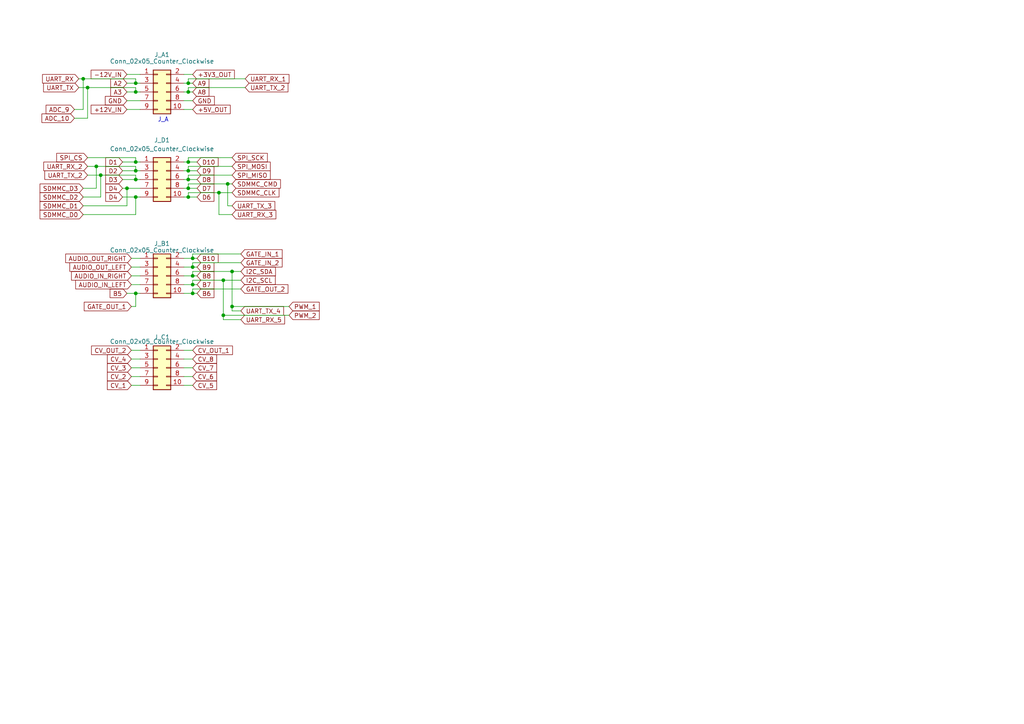
<source format=kicad_sch>
(kicad_sch (version 20230121) (generator eeschema)
  (paper "A4")
  (lib_symbols
    (symbol "Connector_Generic:Conn_02x05_Odd_Even" (pin_names (offset 1.016) hide)
      (property "Reference" "J" (at 1.27 7.62 0))
      (property "Value" "Conn_02x05_Odd_Even" (at 1.27 -7.62 0))
      (symbol "Conn_02x05_Odd_Even_1_1"
        (rectangle (start -1.27 -4.953) (end 0 -5.207) (stroke (width 0.1524)))
        (rectangle (start -1.27 -2.413) (end 0 -2.667) (stroke (width 0.1524)))
        (rectangle (start -1.27 0.127) (end 0 -0.127) (stroke (width 0.1524)))
        (rectangle (start -1.27 2.667) (end 0 2.413) (stroke (width 0.1524)))
        (rectangle (start -1.27 5.207) (end 0 4.953) (stroke (width 0.1524)))
        (rectangle (start -1.27 6.35) (end 3.81 -6.35) (stroke (width 0.254)) (fill (type background)))
        (rectangle (start 3.81 -4.953) (end 2.54 -5.207) (stroke (width 0.1524)))
        (rectangle (start 3.81 -2.413) (end 2.54 -2.667) (stroke (width 0.1524)))
        (rectangle (start 3.81 0.127) (end 2.54 -0.127) (stroke (width 0.1524)))
        (rectangle (start 3.81 2.667) (end 2.54 2.413) (stroke (width 0.1524)))
        (rectangle (start 3.81 5.207) (end 2.54 4.953) (stroke (width 0.1524)))
        (pin passive line (at -5.08 5.08 0) (length 3.81) (name "Pin_1") (number "1"))
        (pin passive line (at 7.62 -5.08 180) (length 3.81) (name "Pin_10") (number "10"))
        (pin passive line (at 7.62 5.08 180) (length 3.81) (name "Pin_2") (number "2"))
        (pin passive line (at -5.08 2.54 0) (length 3.81) (name "Pin_3") (number "3"))
        (pin passive line (at 7.62 2.54 180) (length 3.81) (name "Pin_4") (number "4"))
        (pin passive line (at -5.08 0 0) (length 3.81) (name "Pin_5") (number "5"))
        (pin passive line (at 7.62 0 180) (length 3.81) (name "Pin_6") (number "6"))
        (pin passive line (at -5.08 -2.54 0) (length 3.81) (name "Pin_7") (number "7"))
        (pin passive line (at 7.62 -2.54 180) (length 3.81) (name "Pin_8") (number "8"))
        (pin passive line (at -5.08 -5.08 0) (length 3.81) (name "Pin_9") (number "9"))
      )
    )
  )
  (junction (at 67.31 78.74))
  (junction (at 39.37 26.67))
  (junction (at 39.37 85.09))
  (junction (at 55.88 85.09))
  (junction (at 54.61 26.67))
  (junction (at 55.88 74.93))
  (junction (at 55.88 82.55))
  (junction (at 25.4 25.4))
  (junction (at 63.5 55.88))
  (junction (at 36.83 54.61))
  (junction (at 39.37 24.13))
  (junction (at 54.61 46.99))
  (junction (at 27.94 48.26))
  (junction (at 24.13 22.86))
  (junction (at 54.61 52.07))
  (junction (at 67.31 88.9))
  (junction (at 64.77 91.44))
  (junction (at 55.88 77.47))
  (junction (at 54.61 24.13))
  (junction (at 54.61 54.61))
  (junction (at 39.37 46.99))
  (junction (at 39.37 57.15))
  (junction (at 54.61 49.53))
  (junction (at 29.21 50.8))
  (junction (at 66.04 53.34))
  (junction (at 64.77 81.28))
  (junction (at 39.37 52.07))
  (junction (at 54.61 57.15))
  (junction (at 55.88 80.01))
  (junction (at 39.37 49.53))
  (wire (pts (xy 53.34 104.14) (xy 55.88 104.14)))
  (wire (pts (xy 38.1 82.55) (xy 40.64 82.55)))
  (wire (pts (xy 27.94 54.61) (xy 27.94 48.26)))
  (wire (pts (xy 24.13 57.15) (xy 29.21 57.15)))
  (wire (pts (xy 39.37 57.15) (xy 40.64 57.15)))
  (wire (pts (xy 38.1 88.9) (xy 39.37 88.9)))
  (wire (pts (xy 24.13 31.75) (xy 24.13 22.86)))
  (wire (pts (xy 39.37 22.86) (xy 39.37 24.13)))
  (wire (pts (xy 69.85 78.74) (xy 67.31 78.74)))
  (wire (pts (xy 67.31 90.17) (xy 67.31 88.9)))
  (wire (pts (xy 55.88 78.74) (xy 55.88 80.01)))
  (wire (pts (xy 22.86 22.86) (xy 24.13 22.86)))
  (wire (pts (xy 39.37 25.4) (xy 39.37 26.67)))
  (wire (pts (xy 53.34 49.53) (xy 54.61 49.53)))
  (wire (pts (xy 54.61 22.86) (xy 71.12 22.86)))
  (wire (pts (xy 35.56 54.61) (xy 36.83 54.61)))
  (wire (pts (xy 25.4 34.29) (xy 25.4 25.4)))
  (wire (pts (xy 53.34 54.61) (xy 54.61 54.61)))
  (wire (pts (xy 54.61 25.4) (xy 71.12 25.4)))
  (wire (pts (xy 38.1 106.68) (xy 40.64 106.68)))
  (wire (pts (xy 25.4 45.72) (xy 39.37 45.72)))
  (wire (pts (xy 22.86 25.4) (xy 25.4 25.4)))
  (wire (pts (xy 54.61 26.67) (xy 55.88 26.67)))
  (wire (pts (xy 54.61 24.13) (xy 55.88 24.13)))
  (wire (pts (xy 55.88 73.66) (xy 55.88 74.93)))
  (wire (pts (xy 38.1 74.93) (xy 40.64 74.93)))
  (wire (pts (xy 38.1 101.6) (xy 40.64 101.6)))
  (wire (pts (xy 53.34 52.07) (xy 54.61 52.07)))
  (wire (pts (xy 69.85 76.2) (xy 55.88 76.2)))
  (wire (pts (xy 36.83 85.09) (xy 39.37 85.09)))
  (wire (pts (xy 67.31 88.9) (xy 83.82 88.9)))
  (wire (pts (xy 53.34 80.01) (xy 55.88 80.01)))
  (wire (pts (xy 55.88 74.93) (xy 57.15 74.93)))
  (wire (pts (xy 54.61 55.88) (xy 54.61 57.15)))
  (wire (pts (xy 39.37 52.07) (xy 40.64 52.07)))
  (wire (pts (xy 53.34 85.09) (xy 55.88 85.09)))
  (wire (pts (xy 38.1 109.22) (xy 40.64 109.22)))
  (wire (pts (xy 36.83 24.13) (xy 39.37 24.13)))
  (wire (pts (xy 64.77 92.71) (xy 64.77 91.44)))
  (wire (pts (xy 53.34 82.55) (xy 55.88 82.55)))
  (wire (pts (xy 53.34 29.21) (xy 55.88 29.21)))
  (wire (pts (xy 53.34 46.99) (xy 54.61 46.99)))
  (wire (pts (xy 67.31 88.9) (xy 67.31 78.74)))
  (wire (pts (xy 54.61 48.26) (xy 54.61 49.53)))
  (wire (pts (xy 39.37 26.67) (xy 40.64 26.67)))
  (wire (pts (xy 29.21 57.15) (xy 29.21 50.8)))
  (wire (pts (xy 38.1 111.76) (xy 40.64 111.76)))
  (wire (pts (xy 64.77 81.28) (xy 55.88 81.28)))
  (wire (pts (xy 36.83 31.75) (xy 40.64 31.75)))
  (wire (pts (xy 54.61 22.86) (xy 54.61 24.13)))
  (wire (pts (xy 54.61 49.53) (xy 57.15 49.53)))
  (wire (pts (xy 67.31 55.88) (xy 63.5 55.88)))
  (wire (pts (xy 54.61 50.8) (xy 54.61 52.07)))
  (wire (pts (xy 67.31 78.74) (xy 55.88 78.74)))
  (wire (pts (xy 53.34 21.59) (xy 55.88 21.59)))
  (wire (pts (xy 39.37 88.9) (xy 39.37 85.09)))
  (wire (pts (xy 67.31 45.72) (xy 54.61 45.72)))
  (wire (pts (xy 38.1 104.14) (xy 40.64 104.14)))
  (wire (pts (xy 36.83 59.69) (xy 36.83 54.61)))
  (wire (pts (xy 69.85 92.71) (xy 64.77 92.71)))
  (wire (pts (xy 36.83 29.21) (xy 40.64 29.21)))
  (wire (pts (xy 55.88 83.82) (xy 55.88 85.09)))
  (wire (pts (xy 39.37 46.99) (xy 40.64 46.99)))
  (wire (pts (xy 39.37 45.72) (xy 39.37 46.99)))
  (wire (pts (xy 35.56 49.53) (xy 39.37 49.53)))
  (wire (pts (xy 53.34 26.67) (xy 54.61 26.67)))
  (wire (pts (xy 55.88 85.09) (xy 57.15 85.09)))
  (wire (pts (xy 53.34 109.22) (xy 55.88 109.22)))
  (wire (pts (xy 39.37 24.13) (xy 40.64 24.13)))
  (wire (pts (xy 67.31 48.26) (xy 54.61 48.26)))
  (wire (pts (xy 64.77 91.44) (xy 64.77 81.28)))
  (wire (pts (xy 55.88 81.28) (xy 55.88 82.55)))
  (wire (pts (xy 54.61 25.4) (xy 54.61 26.67)))
  (wire (pts (xy 36.83 54.61) (xy 40.64 54.61)))
  (wire (pts (xy 25.4 48.26) (xy 27.94 48.26)))
  (wire (pts (xy 63.5 62.23) (xy 63.5 55.88)))
  (wire (pts (xy 67.31 53.34) (xy 66.04 53.34)))
  (wire (pts (xy 54.61 46.99) (xy 57.15 46.99)))
  (wire (pts (xy 53.34 101.6) (xy 55.88 101.6)))
  (wire (pts (xy 36.83 26.67) (xy 39.37 26.67)))
  (wire (pts (xy 66.04 59.69) (xy 66.04 53.34)))
  (wire (pts (xy 53.34 31.75) (xy 55.88 31.75)))
  (wire (pts (xy 39.37 49.53) (xy 40.64 49.53)))
  (wire (pts (xy 54.61 57.15) (xy 57.15 57.15)))
  (wire (pts (xy 29.21 50.8) (xy 39.37 50.8)))
  (wire (pts (xy 21.59 34.29) (xy 25.4 34.29)))
  (wire (pts (xy 67.31 59.69) (xy 66.04 59.69)))
  (wire (pts (xy 21.59 31.75) (xy 24.13 31.75)))
  (wire (pts (xy 35.56 52.07) (xy 39.37 52.07)))
  (wire (pts (xy 53.34 74.93) (xy 55.88 74.93)))
  (wire (pts (xy 64.77 91.44) (xy 83.82 91.44)))
  (wire (pts (xy 63.5 55.88) (xy 54.61 55.88)))
  (wire (pts (xy 53.34 106.68) (xy 55.88 106.68)))
  (wire (pts (xy 36.83 21.59) (xy 40.64 21.59)))
  (wire (pts (xy 69.85 83.82) (xy 55.88 83.82)))
  (wire (pts (xy 69.85 81.28) (xy 64.77 81.28)))
  (wire (pts (xy 55.88 77.47) (xy 57.15 77.47)))
  (wire (pts (xy 53.34 57.15) (xy 54.61 57.15)))
  (wire (pts (xy 69.85 73.66) (xy 55.88 73.66)))
  (wire (pts (xy 39.37 48.26) (xy 39.37 49.53)))
  (wire (pts (xy 53.34 24.13) (xy 54.61 24.13)))
  (wire (pts (xy 27.94 48.26) (xy 39.37 48.26)))
  (wire (pts (xy 67.31 62.23) (xy 63.5 62.23)))
  (wire (pts (xy 24.13 62.23) (xy 39.37 62.23)))
  (wire (pts (xy 35.56 57.15) (xy 39.37 57.15)))
  (wire (pts (xy 38.1 77.47) (xy 40.64 77.47)))
  (wire (pts (xy 39.37 62.23) (xy 39.37 57.15)))
  (wire (pts (xy 55.88 80.01) (xy 57.15 80.01)))
  (wire (pts (xy 55.88 76.2) (xy 55.88 77.47)))
  (wire (pts (xy 39.37 85.09) (xy 40.64 85.09)))
  (wire (pts (xy 55.88 82.55) (xy 57.15 82.55)))
  (wire (pts (xy 24.13 22.86) (xy 39.37 22.86)))
  (wire (pts (xy 67.31 50.8) (xy 54.61 50.8)))
  (wire (pts (xy 38.1 80.01) (xy 40.64 80.01)))
  (wire (pts (xy 54.61 54.61) (xy 57.15 54.61)))
  (wire (pts (xy 25.4 25.4) (xy 39.37 25.4)))
  (wire (pts (xy 39.37 50.8) (xy 39.37 52.07)))
  (wire (pts (xy 66.04 53.34) (xy 54.61 53.34)))
  (wire (pts (xy 35.56 46.99) (xy 39.37 46.99)))
  (wire (pts (xy 54.61 45.72) (xy 54.61 46.99)))
  (wire (pts (xy 24.13 54.61) (xy 27.94 54.61)))
  (wire (pts (xy 24.13 59.69) (xy 36.83 59.69)))
  (wire (pts (xy 54.61 53.34) (xy 54.61 54.61)))
  (wire (pts (xy 53.34 77.47) (xy 55.88 77.47)))
  (wire (pts (xy 54.61 52.07) (xy 57.15 52.07)))
  (wire (pts (xy 53.34 111.76) (xy 55.88 111.76)))
  (wire (pts (xy 69.85 90.17) (xy 67.31 90.17)))
  (wire (pts (xy 25.4 50.8) (xy 29.21 50.8)))
  (text "J_A" (at 45.72 35.56 0) (effects (font (size 1.27 1.27)) (justify left bottom)))
  (global_label "UART_TX_2" (shape input) (at 71.12 25.4 0) (property "Intersheetrefs" "${INTERSHEET_REFS}" (effects hide)))
  (global_label "GATE_OUT_2" (shape input) (at 69.85 83.82 0) (property "Intersheetrefs" "${INTERSHEET_REFS}" (effects hide)))
  (global_label "UART_TX_4" (shape input) (at 69.85 90.17 0) (property "Intersheetrefs" "${INTERSHEET_REFS}" (effects hide)))
  (global_label "I2C_SDA" (shape input) (at 69.85 78.74 0) (property "Intersheetrefs" "${INTERSHEET_REFS}" (effects hide)))
  (global_label "PWM_2" (shape input) (at 83.82 91.44 0) (property "Intersheetrefs" "${INTERSHEET_REFS}" (effects hide)))
  (global_label "GND" (shape input) (at 55.88 29.21 0) (property "Intersheetrefs" "${INTERSHEET_REFS}" (effects hide)))
  (global_label "D6" (shape input) (at 57.15 57.15 0) (property "Intersheetrefs" "${INTERSHEET_REFS}" (effects hide)))
  (global_label "CV_1" (shape input) (at 38.1 111.76 180) (property "Intersheetrefs" "${INTERSHEET_REFS}" (effects hide)))
  (global_label "SPI_MOSI" (shape input) (at 67.31 48.26 0) (property "Intersheetrefs" "${INTERSHEET_REFS}" (effects hide)))
  (global_label "PWM_1" (shape input) (at 83.82 88.9 0) (property "Intersheetrefs" "${INTERSHEET_REFS}" (effects hide)))
  (global_label "UART_RX_5" (shape input) (at 69.85 92.71 0) (property "Intersheetrefs" "${INTERSHEET_REFS}" (effects hide)))
  (global_label "D1" (shape input) (at 35.56 46.99 180) (property "Intersheetrefs" "${INTERSHEET_REFS}" (effects hide)))
  (global_label "+12V_IN" (shape input) (at 36.83 31.75 180) (property "Intersheetrefs" "${INTERSHEET_REFS}" (effects hide)))
  (global_label "B5" (shape input) (at 36.83 85.09 180) (property "Intersheetrefs" "${INTERSHEET_REFS}" (effects hide)))
  (global_label "CV_OUT_2" (shape input) (at 38.1 101.6 180) (property "Intersheetrefs" "${INTERSHEET_REFS}" (effects hide)))
  (global_label "SDMMC_CMD" (shape input) (at 67.31 53.34 0) (property "Intersheetrefs" "${INTERSHEET_REFS}" (effects hide)))
  (global_label "B6" (shape input) (at 57.15 85.09 0) (property "Intersheetrefs" "${INTERSHEET_REFS}" (effects hide)))
  (global_label "GND" (shape input) (at 36.83 29.21 180) (property "Intersheetrefs" "${INTERSHEET_REFS}" (effects hide)))
  (global_label "SPI_CS" (shape input) (at 25.4 45.72 180) (property "Intersheetrefs" "${INTERSHEET_REFS}" (effects hide)))
  (global_label "D4" (shape input) (at 35.56 57.15 180) (property "Intersheetrefs" "${INTERSHEET_REFS}" (effects hide)))
  (global_label "CV_8" (shape input) (at 55.88 104.14 0) (property "Intersheetrefs" "${INTERSHEET_REFS}" (effects hide)))
  (global_label "ADC_10" (shape input) (at 21.59 34.29 180) (property "Intersheetrefs" "${INTERSHEET_REFS}" (effects hide)))
  (global_label "D4" (shape input) (at 35.56 54.61 180) (property "Intersheetrefs" "${INTERSHEET_REFS}" (effects hide)))
  (global_label "AUDIO_IN_RIGHT" (shape input) (at 38.1 80.01 180) (property "Intersheetrefs" "${INTERSHEET_REFS}" (effects hide)))
  (global_label "D10" (shape input) (at 57.15 46.99 0) (property "Intersheetrefs" "${INTERSHEET_REFS}" (effects hide)))
  (global_label "A9" (shape input) (at 55.88 24.13 0) (property "Intersheetrefs" "${INTERSHEET_REFS}" (effects hide)))
  (global_label "A3" (shape input) (at 36.83 26.67 180) (property "Intersheetrefs" "${INTERSHEET_REFS}" (effects hide)))
  (global_label "SDMMC_D2" (shape input) (at 24.13 57.15 180) (property "Intersheetrefs" "${INTERSHEET_REFS}" (effects hide)))
  (global_label "CV_6" (shape input) (at 55.88 109.22 0) (property "Intersheetrefs" "${INTERSHEET_REFS}" (effects hide)))
  (global_label "SDMMC_D1" (shape input) (at 24.13 59.69 180) (property "Intersheetrefs" "${INTERSHEET_REFS}" (effects hide)))
  (global_label "GATE_IN_1" (shape input) (at 69.85 73.66 0) (property "Intersheetrefs" "${INTERSHEET_REFS}" (effects hide)))
  (global_label "D7" (shape input) (at 57.15 54.61 0) (property "Intersheetrefs" "${INTERSHEET_REFS}" (effects hide)))
  (global_label "SDMMC_D0" (shape input) (at 24.13 62.23 180) (property "Intersheetrefs" "${INTERSHEET_REFS}" (effects hide)))
  (global_label "CV_2" (shape input) (at 38.1 109.22 180) (property "Intersheetrefs" "${INTERSHEET_REFS}" (effects hide)))
  (global_label "-12V_IN" (shape input) (at 36.83 21.59 180) (property "Intersheetrefs" "${INTERSHEET_REFS}" (effects hide)))
  (global_label "UART_RX_1" (shape input) (at 71.12 22.86 0) (property "Intersheetrefs" "${INTERSHEET_REFS}" (effects hide)))
  (global_label "CV_3" (shape input) (at 38.1 106.68 180) (property "Intersheetrefs" "${INTERSHEET_REFS}" (effects hide)))
  (global_label "SPI_SCK" (shape input) (at 67.31 45.72 0) (property "Intersheetrefs" "${INTERSHEET_REFS}" (effects hide)))
  (global_label "D2" (shape input) (at 35.56 49.53 180) (property "Intersheetrefs" "${INTERSHEET_REFS}" (effects hide)))
  (global_label "UART_RX_2" (shape input) (at 25.4 48.26 180) (property "Intersheetrefs" "${INTERSHEET_REFS}" (effects hide)))
  (global_label "B7" (shape input) (at 57.15 82.55 0) (property "Intersheetrefs" "${INTERSHEET_REFS}" (effects hide)))
  (global_label "A2" (shape input) (at 36.83 24.13 180) (property "Intersheetrefs" "${INTERSHEET_REFS}" (effects hide)))
  (global_label "AUDIO_OUT_LEFT" (shape input) (at 38.1 77.47 180) (property "Intersheetrefs" "${INTERSHEET_REFS}" (effects hide)))
  (global_label "+5V_OUT" (shape input) (at 55.88 31.75 0) (property "Intersheetrefs" "${INTERSHEET_REFS}" (effects hide)))
  (global_label "CV_4" (shape input) (at 38.1 104.14 180) (property "Intersheetrefs" "${INTERSHEET_REFS}" (effects hide)))
  (global_label "SDMMC_D3" (shape input) (at 24.13 54.61 180) (property "Intersheetrefs" "${INTERSHEET_REFS}" (effects hide)))
  (global_label "UART_TX_3" (shape input) (at 67.31 59.69 0) (property "Intersheetrefs" "${INTERSHEET_REFS}" (effects hide)))
  (global_label "D9" (shape input) (at 57.15 49.53 0) (property "Intersheetrefs" "${INTERSHEET_REFS}" (effects hide)))
  (global_label "+3V3_OUT" (shape input) (at 55.88 21.59 0) (property "Intersheetrefs" "${INTERSHEET_REFS}" (effects hide)))
  (global_label "UART_TX_2" (shape input) (at 25.4 50.8 180) (property "Intersheetrefs" "${INTERSHEET_REFS}" (effects hide)))
  (global_label "B8" (shape input) (at 57.15 80.01 0) (property "Intersheetrefs" "${INTERSHEET_REFS}" (effects hide)))
  (global_label "B9" (shape input) (at 57.15 77.47 0) (property "Intersheetrefs" "${INTERSHEET_REFS}" (effects hide)))
  (global_label "CV_5" (shape input) (at 55.88 111.76 0) (property "Intersheetrefs" "${INTERSHEET_REFS}" (effects hide)))
  (global_label "D3" (shape input) (at 35.56 52.07 180) (property "Intersheetrefs" "${INTERSHEET_REFS}" (effects hide)))
  (global_label "GATE_IN_2" (shape input) (at 69.85 76.2 0) (property "Intersheetrefs" "${INTERSHEET_REFS}" (effects hide)))
  (global_label "AUDIO_OUT_RIGHT" (shape input) (at 38.1 74.93 180) (property "Intersheetrefs" "${INTERSHEET_REFS}" (effects hide)))
  (global_label "SDMMC_CLK" (shape input) (at 67.31 55.88 0) (property "Intersheetrefs" "${INTERSHEET_REFS}" (effects hide)))
  (global_label "I2C_SCL" (shape input) (at 69.85 81.28 0) (property "Intersheetrefs" "${INTERSHEET_REFS}" (effects hide)))
  (global_label "CV_OUT_1" (shape input) (at 55.88 101.6 0) (property "Intersheetrefs" "${INTERSHEET_REFS}" (effects hide)))
  (global_label "UART_TX" (shape input) (at 22.86 25.4 180) (property "Intersheetrefs" "${INTERSHEET_REFS}" (effects hide)))
  (global_label "GATE_OUT_1" (shape input) (at 38.1 88.9 180) (property "Intersheetrefs" "${INTERSHEET_REFS}" (effects hide)))
  (global_label "AUDIO_IN_LEFT" (shape input) (at 38.1 82.55 180) (property "Intersheetrefs" "${INTERSHEET_REFS}" (effects hide)))
  (global_label "ADC_9" (shape input) (at 21.59 31.75 180) (property "Intersheetrefs" "${INTERSHEET_REFS}" (effects hide)))
  (global_label "A8" (shape input) (at 55.88 26.67 0) (property "Intersheetrefs" "${INTERSHEET_REFS}" (effects hide)))
  (global_label "SPI_MISO" (shape input) (at 67.31 50.8 0) (property "Intersheetrefs" "${INTERSHEET_REFS}" (effects hide)))
  (global_label "D8" (shape input) (at 57.15 52.07 0) (property "Intersheetrefs" "${INTERSHEET_REFS}" (effects hide)))
  (global_label "B10" (shape input) (at 57.15 74.93 0) (property "Intersheetrefs" "${INTERSHEET_REFS}" (effects hide)))
  (global_label "UART_RX" (shape input) (at 22.86 22.86 180) (property "Intersheetrefs" "${INTERSHEET_REFS}" (effects hide)))
  (global_label "CV_7" (shape input) (at 55.88 106.68 0) (property "Intersheetrefs" "${INTERSHEET_REFS}" (effects hide)))
  (global_label "UART_RX_3" (shape input) (at 67.31 62.23 0) (property "Intersheetrefs" "${INTERSHEET_REFS}" (effects hide)))
  (symbol (lib_id "Connector_Generic:Conn_02x05_Odd_Even") (at 45.72 80.01 0) (unit 1)
    (property "Reference" "J_B1" (at 46.99 70.6501 0))
    (property "Value" "Conn_02x05_Counter_Clockwise" (at 46.99 72.5711 0))
    (property "Footprint" "Connector_PinHeader_2.54mm:PinHeader_2x05_P2.54mm_Vertical" (effects hide))
  )
  (symbol (lib_id "Connector_Generic:Conn_02x05_Odd_Even") (at 45.72 52.07 0) (unit 1)
    (property "Reference" "J_D1" (at 46.99 40.64 0))
    (property "Value" "Conn_02x05_Counter_Clockwise" (at 46.99 43.18 0))
    (property "Footprint" "Connector_PinHeader_2.54mm:PinHeader_2x05_P2.54mm_Vertical" (effects hide))
  )
  (symbol (lib_id "Connector_Generic:Conn_02x05_Odd_Even") (at 45.72 26.67 0) (unit 1)
    (property "Reference" "J_A1" (at 46.99 15.859 0))
    (property "Value" "Conn_02x05_Counter_Clockwise" (at 46.99 17.78 0))
    (property "Footprint" "Connector_PinHeader_2.54mm:PinHeader_2x05_P2.54mm_Vertical" (effects hide))
  )
  (symbol (lib_id "Connector_Generic:Conn_02x05_Odd_Even") (at 45.72 106.68 0) (unit 1)
    (property "Reference" "J_C1" (at 46.99 97.79 0))
    (property "Value" "Conn_02x05_Counter_Clockwise" (at 46.99 99.06 0))
    (property "Footprint" "Connector_PinHeader_2.54mm:PinHeader_2x05_P2.54mm_Vertical" (effects hide))
  )
)
</source>
